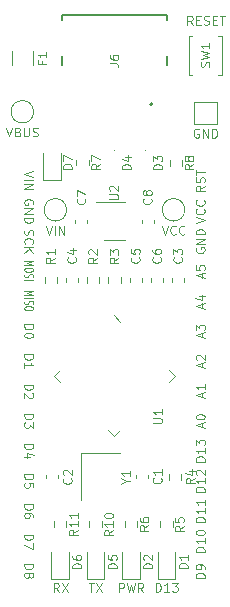
<source format=gbr>
%TF.GenerationSoftware,KiCad,Pcbnew,(5.1.8)-1*%
%TF.CreationDate,2020-12-28T06:59:24-08:00*%
%TF.ProjectId,atmega32u4_dev_board,61746d65-6761-4333-9275-345f6465765f,rev?*%
%TF.SameCoordinates,Original*%
%TF.FileFunction,Legend,Top*%
%TF.FilePolarity,Positive*%
%FSLAX46Y46*%
G04 Gerber Fmt 4.6, Leading zero omitted, Abs format (unit mm)*
G04 Created by KiCad (PCBNEW (5.1.8)-1) date 2020-12-28 06:59:24*
%MOMM*%
%LPD*%
G01*
G04 APERTURE LIST*
%ADD10C,0.100000*%
%ADD11C,0.127000*%
%ADD12C,0.200000*%
%ADD13C,0.120000*%
G04 APERTURE END LIST*
D10*
X146610714Y-83928571D02*
X145860714Y-84178571D01*
X146610714Y-84428571D01*
X145860714Y-84678571D02*
X146610714Y-84678571D01*
X145860714Y-85035714D02*
X146610714Y-85035714D01*
X145860714Y-85464285D01*
X146610714Y-85464285D01*
X146575000Y-86728571D02*
X146610714Y-86657142D01*
X146610714Y-86550000D01*
X146575000Y-86442857D01*
X146503571Y-86371428D01*
X146432142Y-86335714D01*
X146289285Y-86300000D01*
X146182142Y-86300000D01*
X146039285Y-86335714D01*
X145967857Y-86371428D01*
X145896428Y-86442857D01*
X145860714Y-86550000D01*
X145860714Y-86621428D01*
X145896428Y-86728571D01*
X145932142Y-86764285D01*
X146182142Y-86764285D01*
X146182142Y-86621428D01*
X145860714Y-87085714D02*
X146610714Y-87085714D01*
X145860714Y-87514285D01*
X146610714Y-87514285D01*
X145860714Y-87871428D02*
X146610714Y-87871428D01*
X146610714Y-88050000D01*
X146575000Y-88157142D01*
X146503571Y-88228571D01*
X146432142Y-88264285D01*
X146289285Y-88300000D01*
X146182142Y-88300000D01*
X146039285Y-88264285D01*
X145967857Y-88228571D01*
X145896428Y-88157142D01*
X145860714Y-88050000D01*
X145860714Y-87871428D01*
X145896428Y-88885714D02*
X145860714Y-88992857D01*
X145860714Y-89171428D01*
X145896428Y-89242857D01*
X145932142Y-89278571D01*
X146003571Y-89314285D01*
X146075000Y-89314285D01*
X146146428Y-89278571D01*
X146182142Y-89242857D01*
X146217857Y-89171428D01*
X146253571Y-89028571D01*
X146289285Y-88957142D01*
X146325000Y-88921428D01*
X146396428Y-88885714D01*
X146467857Y-88885714D01*
X146539285Y-88921428D01*
X146575000Y-88957142D01*
X146610714Y-89028571D01*
X146610714Y-89207142D01*
X146575000Y-89314285D01*
X145932142Y-90064285D02*
X145896428Y-90028571D01*
X145860714Y-89921428D01*
X145860714Y-89850000D01*
X145896428Y-89742857D01*
X145967857Y-89671428D01*
X146039285Y-89635714D01*
X146182142Y-89600000D01*
X146289285Y-89600000D01*
X146432142Y-89635714D01*
X146503571Y-89671428D01*
X146575000Y-89742857D01*
X146610714Y-89850000D01*
X146610714Y-89921428D01*
X146575000Y-90028571D01*
X146539285Y-90064285D01*
X145860714Y-90385714D02*
X146610714Y-90385714D01*
X145860714Y-90814285D02*
X146289285Y-90492857D01*
X146610714Y-90814285D02*
X146182142Y-90385714D01*
X145860714Y-91564285D02*
X146610714Y-91564285D01*
X146075000Y-91730952D01*
X146610714Y-91897619D01*
X145860714Y-91897619D01*
X146610714Y-92230952D02*
X146610714Y-92326190D01*
X146575000Y-92373809D01*
X146503571Y-92421428D01*
X146360714Y-92445238D01*
X146110714Y-92445238D01*
X145967857Y-92421428D01*
X145896428Y-92373809D01*
X145860714Y-92326190D01*
X145860714Y-92230952D01*
X145896428Y-92183333D01*
X145967857Y-92135714D01*
X146110714Y-92111904D01*
X146360714Y-92111904D01*
X146503571Y-92135714D01*
X146575000Y-92183333D01*
X146610714Y-92230952D01*
X145896428Y-92635714D02*
X145860714Y-92707142D01*
X145860714Y-92826190D01*
X145896428Y-92873809D01*
X145932142Y-92897619D01*
X146003571Y-92921428D01*
X146075000Y-92921428D01*
X146146428Y-92897619D01*
X146182142Y-92873809D01*
X146217857Y-92826190D01*
X146253571Y-92730952D01*
X146289285Y-92683333D01*
X146325000Y-92659523D01*
X146396428Y-92635714D01*
X146467857Y-92635714D01*
X146539285Y-92659523D01*
X146575000Y-92683333D01*
X146610714Y-92730952D01*
X146610714Y-92850000D01*
X146575000Y-92921428D01*
X145860714Y-93135714D02*
X146610714Y-93135714D01*
X145860714Y-94114285D02*
X146610714Y-94114285D01*
X146075000Y-94280952D01*
X146610714Y-94447619D01*
X145860714Y-94447619D01*
X145860714Y-94685714D02*
X146610714Y-94685714D01*
X145896428Y-94900000D02*
X145860714Y-94971428D01*
X145860714Y-95090476D01*
X145896428Y-95138095D01*
X145932142Y-95161904D01*
X146003571Y-95185714D01*
X146075000Y-95185714D01*
X146146428Y-95161904D01*
X146182142Y-95138095D01*
X146217857Y-95090476D01*
X146253571Y-94995238D01*
X146289285Y-94947619D01*
X146325000Y-94923809D01*
X146396428Y-94900000D01*
X146467857Y-94900000D01*
X146539285Y-94923809D01*
X146575000Y-94947619D01*
X146610714Y-94995238D01*
X146610714Y-95114285D01*
X146575000Y-95185714D01*
X146610714Y-95495238D02*
X146610714Y-95590476D01*
X146575000Y-95638095D01*
X146503571Y-95685714D01*
X146360714Y-95709523D01*
X146110714Y-95709523D01*
X145967857Y-95685714D01*
X145896428Y-95638095D01*
X145860714Y-95590476D01*
X145860714Y-95495238D01*
X145896428Y-95447619D01*
X145967857Y-95400000D01*
X146110714Y-95376190D01*
X146360714Y-95376190D01*
X146503571Y-95400000D01*
X146575000Y-95447619D01*
X146610714Y-95495238D01*
X145860714Y-96896428D02*
X146610714Y-96896428D01*
X146610714Y-97075000D01*
X146575000Y-97182142D01*
X146503571Y-97253571D01*
X146432142Y-97289285D01*
X146289285Y-97325000D01*
X146182142Y-97325000D01*
X146039285Y-97289285D01*
X145967857Y-97253571D01*
X145896428Y-97182142D01*
X145860714Y-97075000D01*
X145860714Y-96896428D01*
X146610714Y-97789285D02*
X146610714Y-97860714D01*
X146575000Y-97932142D01*
X146539285Y-97967857D01*
X146467857Y-98003571D01*
X146325000Y-98039285D01*
X146146428Y-98039285D01*
X146003571Y-98003571D01*
X145932142Y-97967857D01*
X145896428Y-97932142D01*
X145860714Y-97860714D01*
X145860714Y-97789285D01*
X145896428Y-97717857D01*
X145932142Y-97682142D01*
X146003571Y-97646428D01*
X146146428Y-97610714D01*
X146325000Y-97610714D01*
X146467857Y-97646428D01*
X146539285Y-97682142D01*
X146575000Y-97717857D01*
X146610714Y-97789285D01*
X145860714Y-99446428D02*
X146610714Y-99446428D01*
X146610714Y-99625000D01*
X146575000Y-99732142D01*
X146503571Y-99803571D01*
X146432142Y-99839285D01*
X146289285Y-99875000D01*
X146182142Y-99875000D01*
X146039285Y-99839285D01*
X145967857Y-99803571D01*
X145896428Y-99732142D01*
X145860714Y-99625000D01*
X145860714Y-99446428D01*
X145860714Y-100589285D02*
X145860714Y-100160714D01*
X145860714Y-100375000D02*
X146610714Y-100375000D01*
X146503571Y-100303571D01*
X146432142Y-100232142D01*
X146396428Y-100160714D01*
X145860714Y-101996428D02*
X146610714Y-101996428D01*
X146610714Y-102175000D01*
X146575000Y-102282142D01*
X146503571Y-102353571D01*
X146432142Y-102389285D01*
X146289285Y-102425000D01*
X146182142Y-102425000D01*
X146039285Y-102389285D01*
X145967857Y-102353571D01*
X145896428Y-102282142D01*
X145860714Y-102175000D01*
X145860714Y-101996428D01*
X146539285Y-102710714D02*
X146575000Y-102746428D01*
X146610714Y-102817857D01*
X146610714Y-102996428D01*
X146575000Y-103067857D01*
X146539285Y-103103571D01*
X146467857Y-103139285D01*
X146396428Y-103139285D01*
X146289285Y-103103571D01*
X145860714Y-102675000D01*
X145860714Y-103139285D01*
X145860714Y-104496428D02*
X146610714Y-104496428D01*
X146610714Y-104675000D01*
X146575000Y-104782142D01*
X146503571Y-104853571D01*
X146432142Y-104889285D01*
X146289285Y-104925000D01*
X146182142Y-104925000D01*
X146039285Y-104889285D01*
X145967857Y-104853571D01*
X145896428Y-104782142D01*
X145860714Y-104675000D01*
X145860714Y-104496428D01*
X146610714Y-105175000D02*
X146610714Y-105639285D01*
X146325000Y-105389285D01*
X146325000Y-105496428D01*
X146289285Y-105567857D01*
X146253571Y-105603571D01*
X146182142Y-105639285D01*
X146003571Y-105639285D01*
X145932142Y-105603571D01*
X145896428Y-105567857D01*
X145860714Y-105496428D01*
X145860714Y-105282142D01*
X145896428Y-105210714D01*
X145932142Y-105175000D01*
X145860714Y-107046428D02*
X146610714Y-107046428D01*
X146610714Y-107225000D01*
X146575000Y-107332142D01*
X146503571Y-107403571D01*
X146432142Y-107439285D01*
X146289285Y-107475000D01*
X146182142Y-107475000D01*
X146039285Y-107439285D01*
X145967857Y-107403571D01*
X145896428Y-107332142D01*
X145860714Y-107225000D01*
X145860714Y-107046428D01*
X146360714Y-108117857D02*
X145860714Y-108117857D01*
X146646428Y-107939285D02*
X146110714Y-107760714D01*
X146110714Y-108225000D01*
X145860714Y-109596428D02*
X146610714Y-109596428D01*
X146610714Y-109775000D01*
X146575000Y-109882142D01*
X146503571Y-109953571D01*
X146432142Y-109989285D01*
X146289285Y-110025000D01*
X146182142Y-110025000D01*
X146039285Y-109989285D01*
X145967857Y-109953571D01*
X145896428Y-109882142D01*
X145860714Y-109775000D01*
X145860714Y-109596428D01*
X146610714Y-110703571D02*
X146610714Y-110346428D01*
X146253571Y-110310714D01*
X146289285Y-110346428D01*
X146325000Y-110417857D01*
X146325000Y-110596428D01*
X146289285Y-110667857D01*
X146253571Y-110703571D01*
X146182142Y-110739285D01*
X146003571Y-110739285D01*
X145932142Y-110703571D01*
X145896428Y-110667857D01*
X145860714Y-110596428D01*
X145860714Y-110417857D01*
X145896428Y-110346428D01*
X145932142Y-110310714D01*
X145860714Y-112146428D02*
X146610714Y-112146428D01*
X146610714Y-112325000D01*
X146575000Y-112432142D01*
X146503571Y-112503571D01*
X146432142Y-112539285D01*
X146289285Y-112575000D01*
X146182142Y-112575000D01*
X146039285Y-112539285D01*
X145967857Y-112503571D01*
X145896428Y-112432142D01*
X145860714Y-112325000D01*
X145860714Y-112146428D01*
X146610714Y-113217857D02*
X146610714Y-113075000D01*
X146575000Y-113003571D01*
X146539285Y-112967857D01*
X146432142Y-112896428D01*
X146289285Y-112860714D01*
X146003571Y-112860714D01*
X145932142Y-112896428D01*
X145896428Y-112932142D01*
X145860714Y-113003571D01*
X145860714Y-113146428D01*
X145896428Y-113217857D01*
X145932142Y-113253571D01*
X146003571Y-113289285D01*
X146182142Y-113289285D01*
X146253571Y-113253571D01*
X146289285Y-113217857D01*
X146325000Y-113146428D01*
X146325000Y-113003571D01*
X146289285Y-112932142D01*
X146253571Y-112896428D01*
X146182142Y-112860714D01*
X145860714Y-114696428D02*
X146610714Y-114696428D01*
X146610714Y-114875000D01*
X146575000Y-114982142D01*
X146503571Y-115053571D01*
X146432142Y-115089285D01*
X146289285Y-115125000D01*
X146182142Y-115125000D01*
X146039285Y-115089285D01*
X145967857Y-115053571D01*
X145896428Y-114982142D01*
X145860714Y-114875000D01*
X145860714Y-114696428D01*
X146610714Y-115375000D02*
X146610714Y-115875000D01*
X145860714Y-115553571D01*
X145860714Y-117196428D02*
X146610714Y-117196428D01*
X146610714Y-117375000D01*
X146575000Y-117482142D01*
X146503571Y-117553571D01*
X146432142Y-117589285D01*
X146289285Y-117625000D01*
X146182142Y-117625000D01*
X146039285Y-117589285D01*
X145967857Y-117553571D01*
X145896428Y-117482142D01*
X145860714Y-117375000D01*
X145860714Y-117196428D01*
X146289285Y-118053571D02*
X146325000Y-117982142D01*
X146360714Y-117946428D01*
X146432142Y-117910714D01*
X146467857Y-117910714D01*
X146539285Y-117946428D01*
X146575000Y-117982142D01*
X146610714Y-118053571D01*
X146610714Y-118196428D01*
X146575000Y-118267857D01*
X146539285Y-118303571D01*
X146467857Y-118339285D01*
X146432142Y-118339285D01*
X146360714Y-118303571D01*
X146325000Y-118267857D01*
X146289285Y-118196428D01*
X146289285Y-118053571D01*
X146253571Y-117982142D01*
X146217857Y-117946428D01*
X146146428Y-117910714D01*
X146003571Y-117910714D01*
X145932142Y-117946428D01*
X145896428Y-117982142D01*
X145860714Y-118053571D01*
X145860714Y-118196428D01*
X145896428Y-118267857D01*
X145932142Y-118303571D01*
X146003571Y-118339285D01*
X146146428Y-118339285D01*
X146217857Y-118303571D01*
X146253571Y-118267857D01*
X146289285Y-118196428D01*
X161139285Y-118353571D02*
X160389285Y-118353571D01*
X160389285Y-118175000D01*
X160425000Y-118067857D01*
X160496428Y-117996428D01*
X160567857Y-117960714D01*
X160710714Y-117925000D01*
X160817857Y-117925000D01*
X160960714Y-117960714D01*
X161032142Y-117996428D01*
X161103571Y-118067857D01*
X161139285Y-118175000D01*
X161139285Y-118353571D01*
X161139285Y-117567857D02*
X161139285Y-117425000D01*
X161103571Y-117353571D01*
X161067857Y-117317857D01*
X160960714Y-117246428D01*
X160817857Y-117210714D01*
X160532142Y-117210714D01*
X160460714Y-117246428D01*
X160425000Y-117282142D01*
X160389285Y-117353571D01*
X160389285Y-117496428D01*
X160425000Y-117567857D01*
X160460714Y-117603571D01*
X160532142Y-117639285D01*
X160710714Y-117639285D01*
X160782142Y-117603571D01*
X160817857Y-117567857D01*
X160853571Y-117496428D01*
X160853571Y-117353571D01*
X160817857Y-117282142D01*
X160782142Y-117246428D01*
X160710714Y-117210714D01*
X161139285Y-116160714D02*
X160389285Y-116160714D01*
X160389285Y-115982142D01*
X160425000Y-115875000D01*
X160496428Y-115803571D01*
X160567857Y-115767857D01*
X160710714Y-115732142D01*
X160817857Y-115732142D01*
X160960714Y-115767857D01*
X161032142Y-115803571D01*
X161103571Y-115875000D01*
X161139285Y-115982142D01*
X161139285Y-116160714D01*
X161139285Y-115017857D02*
X161139285Y-115446428D01*
X161139285Y-115232142D02*
X160389285Y-115232142D01*
X160496428Y-115303571D01*
X160567857Y-115375000D01*
X160603571Y-115446428D01*
X160389285Y-114553571D02*
X160389285Y-114482142D01*
X160425000Y-114410714D01*
X160460714Y-114375000D01*
X160532142Y-114339285D01*
X160675000Y-114303571D01*
X160853571Y-114303571D01*
X160996428Y-114339285D01*
X161067857Y-114375000D01*
X161103571Y-114410714D01*
X161139285Y-114482142D01*
X161139285Y-114553571D01*
X161103571Y-114625000D01*
X161067857Y-114660714D01*
X160996428Y-114696428D01*
X160853571Y-114732142D01*
X160675000Y-114732142D01*
X160532142Y-114696428D01*
X160460714Y-114660714D01*
X160425000Y-114625000D01*
X160389285Y-114553571D01*
X161139285Y-113610714D02*
X160389285Y-113610714D01*
X160389285Y-113432142D01*
X160425000Y-113325000D01*
X160496428Y-113253571D01*
X160567857Y-113217857D01*
X160710714Y-113182142D01*
X160817857Y-113182142D01*
X160960714Y-113217857D01*
X161032142Y-113253571D01*
X161103571Y-113325000D01*
X161139285Y-113432142D01*
X161139285Y-113610714D01*
X161139285Y-112467857D02*
X161139285Y-112896428D01*
X161139285Y-112682142D02*
X160389285Y-112682142D01*
X160496428Y-112753571D01*
X160567857Y-112825000D01*
X160603571Y-112896428D01*
X161139285Y-111753571D02*
X161139285Y-112182142D01*
X161139285Y-111967857D02*
X160389285Y-111967857D01*
X160496428Y-112039285D01*
X160567857Y-112110714D01*
X160603571Y-112182142D01*
X161139285Y-111060714D02*
X160389285Y-111060714D01*
X160389285Y-110882142D01*
X160425000Y-110775000D01*
X160496428Y-110703571D01*
X160567857Y-110667857D01*
X160710714Y-110632142D01*
X160817857Y-110632142D01*
X160960714Y-110667857D01*
X161032142Y-110703571D01*
X161103571Y-110775000D01*
X161139285Y-110882142D01*
X161139285Y-111060714D01*
X161139285Y-109917857D02*
X161139285Y-110346428D01*
X161139285Y-110132142D02*
X160389285Y-110132142D01*
X160496428Y-110203571D01*
X160567857Y-110275000D01*
X160603571Y-110346428D01*
X160460714Y-109632142D02*
X160425000Y-109596428D01*
X160389285Y-109525000D01*
X160389285Y-109346428D01*
X160425000Y-109275000D01*
X160460714Y-109239285D01*
X160532142Y-109203571D01*
X160603571Y-109203571D01*
X160710714Y-109239285D01*
X161139285Y-109667857D01*
X161139285Y-109203571D01*
X161139285Y-108510714D02*
X160389285Y-108510714D01*
X160389285Y-108332142D01*
X160425000Y-108225000D01*
X160496428Y-108153571D01*
X160567857Y-108117857D01*
X160710714Y-108082142D01*
X160817857Y-108082142D01*
X160960714Y-108117857D01*
X161032142Y-108153571D01*
X161103571Y-108225000D01*
X161139285Y-108332142D01*
X161139285Y-108510714D01*
X161139285Y-107367857D02*
X161139285Y-107796428D01*
X161139285Y-107582142D02*
X160389285Y-107582142D01*
X160496428Y-107653571D01*
X160567857Y-107725000D01*
X160603571Y-107796428D01*
X160389285Y-107117857D02*
X160389285Y-106653571D01*
X160675000Y-106903571D01*
X160675000Y-106796428D01*
X160710714Y-106725000D01*
X160746428Y-106689285D01*
X160817857Y-106653571D01*
X160996428Y-106653571D01*
X161067857Y-106689285D01*
X161103571Y-106725000D01*
X161139285Y-106796428D01*
X161139285Y-107010714D01*
X161103571Y-107082142D01*
X161067857Y-107117857D01*
X160925000Y-105585714D02*
X160925000Y-105228571D01*
X161139285Y-105657142D02*
X160389285Y-105407142D01*
X161139285Y-105157142D01*
X160389285Y-104764285D02*
X160389285Y-104692857D01*
X160425000Y-104621428D01*
X160460714Y-104585714D01*
X160532142Y-104550000D01*
X160675000Y-104514285D01*
X160853571Y-104514285D01*
X160996428Y-104550000D01*
X161067857Y-104585714D01*
X161103571Y-104621428D01*
X161139285Y-104692857D01*
X161139285Y-104764285D01*
X161103571Y-104835714D01*
X161067857Y-104871428D01*
X160996428Y-104907142D01*
X160853571Y-104942857D01*
X160675000Y-104942857D01*
X160532142Y-104907142D01*
X160460714Y-104871428D01*
X160425000Y-104835714D01*
X160389285Y-104764285D01*
X160925000Y-103035714D02*
X160925000Y-102678571D01*
X161139285Y-103107142D02*
X160389285Y-102857142D01*
X161139285Y-102607142D01*
X161139285Y-101964285D02*
X161139285Y-102392857D01*
X161139285Y-102178571D02*
X160389285Y-102178571D01*
X160496428Y-102250000D01*
X160567857Y-102321428D01*
X160603571Y-102392857D01*
X160925000Y-100535714D02*
X160925000Y-100178571D01*
X161139285Y-100607142D02*
X160389285Y-100357142D01*
X161139285Y-100107142D01*
X160460714Y-99892857D02*
X160425000Y-99857142D01*
X160389285Y-99785714D01*
X160389285Y-99607142D01*
X160425000Y-99535714D01*
X160460714Y-99500000D01*
X160532142Y-99464285D01*
X160603571Y-99464285D01*
X160710714Y-99500000D01*
X161139285Y-99928571D01*
X161139285Y-99464285D01*
X160925000Y-97985714D02*
X160925000Y-97628571D01*
X161139285Y-98057142D02*
X160389285Y-97807142D01*
X161139285Y-97557142D01*
X160389285Y-97378571D02*
X160389285Y-96914285D01*
X160675000Y-97164285D01*
X160675000Y-97057142D01*
X160710714Y-96985714D01*
X160746428Y-96950000D01*
X160817857Y-96914285D01*
X160996428Y-96914285D01*
X161067857Y-96950000D01*
X161103571Y-96985714D01*
X161139285Y-97057142D01*
X161139285Y-97271428D01*
X161103571Y-97342857D01*
X161067857Y-97378571D01*
X160925000Y-95485714D02*
X160925000Y-95128571D01*
X161139285Y-95557142D02*
X160389285Y-95307142D01*
X161139285Y-95057142D01*
X160639285Y-94485714D02*
X161139285Y-94485714D01*
X160353571Y-94664285D02*
X160889285Y-94842857D01*
X160889285Y-94378571D01*
X160925000Y-92935714D02*
X160925000Y-92578571D01*
X161139285Y-93007142D02*
X160389285Y-92757142D01*
X161139285Y-92507142D01*
X160389285Y-91900000D02*
X160389285Y-92257142D01*
X160746428Y-92292857D01*
X160710714Y-92257142D01*
X160675000Y-92185714D01*
X160675000Y-92007142D01*
X160710714Y-91935714D01*
X160746428Y-91900000D01*
X160817857Y-91864285D01*
X160996428Y-91864285D01*
X161067857Y-91900000D01*
X161103571Y-91935714D01*
X161139285Y-92007142D01*
X161139285Y-92185714D01*
X161103571Y-92257142D01*
X161067857Y-92292857D01*
X160425000Y-90421428D02*
X160389285Y-90492857D01*
X160389285Y-90600000D01*
X160425000Y-90707142D01*
X160496428Y-90778571D01*
X160567857Y-90814285D01*
X160710714Y-90850000D01*
X160817857Y-90850000D01*
X160960714Y-90814285D01*
X161032142Y-90778571D01*
X161103571Y-90707142D01*
X161139285Y-90600000D01*
X161139285Y-90528571D01*
X161103571Y-90421428D01*
X161067857Y-90385714D01*
X160817857Y-90385714D01*
X160817857Y-90528571D01*
X161139285Y-90064285D02*
X160389285Y-90064285D01*
X161139285Y-89635714D01*
X160389285Y-89635714D01*
X161139285Y-89278571D02*
X160389285Y-89278571D01*
X160389285Y-89100000D01*
X160425000Y-88992857D01*
X160496428Y-88921428D01*
X160567857Y-88885714D01*
X160710714Y-88850000D01*
X160817857Y-88850000D01*
X160960714Y-88885714D01*
X161032142Y-88921428D01*
X161103571Y-88992857D01*
X161139285Y-89100000D01*
X161139285Y-89278571D01*
X160389285Y-88300000D02*
X161139285Y-88050000D01*
X160389285Y-87800000D01*
X161067857Y-87121428D02*
X161103571Y-87157142D01*
X161139285Y-87264285D01*
X161139285Y-87335714D01*
X161103571Y-87442857D01*
X161032142Y-87514285D01*
X160960714Y-87550000D01*
X160817857Y-87585714D01*
X160710714Y-87585714D01*
X160567857Y-87550000D01*
X160496428Y-87514285D01*
X160425000Y-87442857D01*
X160389285Y-87335714D01*
X160389285Y-87264285D01*
X160425000Y-87157142D01*
X160460714Y-87121428D01*
X161067857Y-86371428D02*
X161103571Y-86407142D01*
X161139285Y-86514285D01*
X161139285Y-86585714D01*
X161103571Y-86692857D01*
X161032142Y-86764285D01*
X160960714Y-86800000D01*
X160817857Y-86835714D01*
X160710714Y-86835714D01*
X160567857Y-86800000D01*
X160496428Y-86764285D01*
X160425000Y-86692857D01*
X160389285Y-86585714D01*
X160389285Y-86514285D01*
X160425000Y-86407142D01*
X160460714Y-86371428D01*
X161139285Y-85160714D02*
X160782142Y-85410714D01*
X161139285Y-85589285D02*
X160389285Y-85589285D01*
X160389285Y-85303571D01*
X160425000Y-85232142D01*
X160460714Y-85196428D01*
X160532142Y-85160714D01*
X160639285Y-85160714D01*
X160710714Y-85196428D01*
X160746428Y-85232142D01*
X160782142Y-85303571D01*
X160782142Y-85589285D01*
X161103571Y-84875000D02*
X161139285Y-84767857D01*
X161139285Y-84589285D01*
X161103571Y-84517857D01*
X161067857Y-84482142D01*
X160996428Y-84446428D01*
X160925000Y-84446428D01*
X160853571Y-84482142D01*
X160817857Y-84517857D01*
X160782142Y-84589285D01*
X160746428Y-84732142D01*
X160710714Y-84803571D01*
X160675000Y-84839285D01*
X160603571Y-84875000D01*
X160532142Y-84875000D01*
X160460714Y-84839285D01*
X160425000Y-84803571D01*
X160389285Y-84732142D01*
X160389285Y-84553571D01*
X160425000Y-84446428D01*
X160389285Y-84232142D02*
X160389285Y-83803571D01*
X161139285Y-84017857D02*
X160389285Y-84017857D01*
D11*
%TO.C,J6*%
X149030000Y-74955000D02*
X149030000Y-74190000D01*
X149030000Y-71130000D02*
X149030000Y-70710000D01*
X149030000Y-70710000D02*
X157970000Y-70710000D01*
X157970000Y-70710000D02*
X157970000Y-71130000D01*
X157970000Y-74955000D02*
X157970000Y-74190000D01*
D12*
X156700000Y-78260000D02*
G75*
G03*
X156700000Y-78260000I-100000J0D01*
G01*
D13*
%TO.C,C3*%
X159410000Y-93290580D02*
X159410000Y-93009420D01*
X158390000Y-93290580D02*
X158390000Y-93009420D01*
%TO.C,U1*%
X158091643Y-100737729D02*
X158604295Y-101250381D01*
X158604295Y-101250381D02*
X158091643Y-101763033D01*
X148906325Y-101763033D02*
X148393673Y-101250381D01*
X148393673Y-101250381D02*
X148906325Y-100737729D01*
X152986332Y-105843040D02*
X153498984Y-106355692D01*
X153498984Y-106355692D02*
X154011636Y-105843040D01*
X154011636Y-96657722D02*
X153498984Y-96145070D01*
%TO.C,R2*%
X151177500Y-93387258D02*
X151177500Y-92912742D01*
X152222500Y-93387258D02*
X152222500Y-92912742D01*
%TO.C,SW1*%
X162600000Y-75750000D02*
X162300000Y-75750000D01*
X162600000Y-72450000D02*
X162600000Y-75750000D01*
X162300000Y-72450000D02*
X162600000Y-72450000D01*
X159800000Y-75750000D02*
X160100000Y-75750000D01*
X159800000Y-72450000D02*
X159800000Y-75750000D01*
X160100000Y-72450000D02*
X159800000Y-72450000D01*
%TO.C,C1*%
X156360000Y-109659420D02*
X156360000Y-109940580D01*
X155340000Y-109659420D02*
X155340000Y-109940580D01*
%TO.C,C2*%
X147740000Y-109659420D02*
X147740000Y-109940580D01*
X148760000Y-109659420D02*
X148760000Y-109940580D01*
%TO.C,C4*%
X150410000Y-93009420D02*
X150410000Y-93290580D01*
X149390000Y-93009420D02*
X149390000Y-93290580D01*
%TO.C,C5*%
X154790000Y-93290580D02*
X154790000Y-93009420D01*
X155810000Y-93290580D02*
X155810000Y-93009420D01*
%TO.C,C6*%
X156590000Y-93009420D02*
X156590000Y-93290580D01*
X157610000Y-93009420D02*
X157610000Y-93290580D01*
%TO.C,C7*%
X150190000Y-88340580D02*
X150190000Y-88059420D01*
X151210000Y-88340580D02*
X151210000Y-88059420D01*
%TO.C,C8*%
X156810000Y-88340580D02*
X156810000Y-88059420D01*
X155790000Y-88340580D02*
X155790000Y-88059420D01*
%TO.C,D1*%
X158635000Y-118472500D02*
X158635000Y-116187500D01*
X157165000Y-118472500D02*
X158635000Y-118472500D01*
X157165000Y-116187500D02*
X157165000Y-118472500D01*
%TO.C,D2*%
X154165000Y-116200000D02*
X154165000Y-118485000D01*
X154165000Y-118485000D02*
X155635000Y-118485000D01*
X155635000Y-118485000D02*
X155635000Y-116200000D01*
%TO.C,D5*%
X152635000Y-118485000D02*
X152635000Y-116200000D01*
X151165000Y-118485000D02*
X152635000Y-118485000D01*
X151165000Y-116200000D02*
X151165000Y-118485000D01*
%TO.C,D6*%
X148165000Y-116200000D02*
X148165000Y-118485000D01*
X148165000Y-118485000D02*
X149635000Y-118485000D01*
X149635000Y-118485000D02*
X149635000Y-116200000D01*
%TO.C,R1*%
X148622500Y-92912742D02*
X148622500Y-93387258D01*
X147577500Y-92912742D02*
X147577500Y-93387258D01*
%TO.C,R3*%
X154022500Y-93387258D02*
X154022500Y-92912742D01*
X152977500Y-93387258D02*
X152977500Y-92912742D01*
%TO.C,R4*%
X159172500Y-109562742D02*
X159172500Y-110037258D01*
X158127500Y-109562742D02*
X158127500Y-110037258D01*
%TO.C,R5*%
X158422500Y-113587742D02*
X158422500Y-114062258D01*
X157377500Y-113587742D02*
X157377500Y-114062258D01*
%TO.C,R6*%
X154377500Y-113562742D02*
X154377500Y-114037258D01*
X155422500Y-113562742D02*
X155422500Y-114037258D01*
%TO.C,R7*%
X151322500Y-82962742D02*
X151322500Y-83437258D01*
X150277500Y-82962742D02*
X150277500Y-83437258D01*
%TO.C,R8*%
X159222500Y-82987742D02*
X159222500Y-83462258D01*
X158177500Y-82987742D02*
X158177500Y-83462258D01*
%TO.C,R10*%
X152422500Y-114062258D02*
X152422500Y-113587742D01*
X151377500Y-114062258D02*
X151377500Y-113587742D01*
%TO.C,R11*%
X149422500Y-114037258D02*
X149422500Y-113562742D01*
X148377500Y-114037258D02*
X148377500Y-113562742D01*
%TO.C,D7*%
X148935000Y-84685000D02*
X148935000Y-82400000D01*
X147465000Y-84685000D02*
X148935000Y-84685000D01*
X147465000Y-82400000D02*
X147465000Y-84685000D01*
%TO.C,F1*%
X146610000Y-74977064D02*
X146610000Y-73772936D01*
X144790000Y-74977064D02*
X144790000Y-73772936D01*
%TO.C,U2*%
X154380000Y-86540000D02*
X151930000Y-86540000D01*
X152580000Y-89760000D02*
X154380000Y-89760000D01*
%TO.C,Y1*%
X153940000Y-107810000D02*
X150640000Y-107810000D01*
X150640000Y-107810000D02*
X150640000Y-111810000D01*
D10*
%TO.C,D3*%
X156200000Y-82135000D02*
G75*
G03*
X156200000Y-82135000I-50000J0D01*
G01*
%TO.C,D4*%
X153550000Y-82135000D02*
G75*
G03*
X153550000Y-82135000I-50000J0D01*
G01*
D13*
%TO.C,TP1*%
X160250000Y-78050000D02*
X162150000Y-78050000D01*
X162150000Y-78050000D02*
X162150000Y-79950000D01*
X162150000Y-79950000D02*
X160250000Y-79950000D01*
X160250000Y-79950000D02*
X160250000Y-78050000D01*
%TO.C,TP2*%
X159450000Y-87200000D02*
G75*
G03*
X159450000Y-87200000I-950000J0D01*
G01*
%TO.C,TP3*%
X149450000Y-87200000D02*
G75*
G03*
X149450000Y-87200000I-950000J0D01*
G01*
%TO.C,TP4*%
X146650000Y-78900000D02*
G75*
G03*
X146650000Y-78900000I-950000J0D01*
G01*
%TO.C,J6*%
D10*
X153089285Y-74800000D02*
X153625000Y-74800000D01*
X153732142Y-74835714D01*
X153803571Y-74907142D01*
X153839285Y-75014285D01*
X153839285Y-75085714D01*
X153089285Y-74121428D02*
X153089285Y-74264285D01*
X153125000Y-74335714D01*
X153160714Y-74371428D01*
X153267857Y-74442857D01*
X153410714Y-74478571D01*
X153696428Y-74478571D01*
X153767857Y-74442857D01*
X153803571Y-74407142D01*
X153839285Y-74335714D01*
X153839285Y-74192857D01*
X153803571Y-74121428D01*
X153767857Y-74085714D01*
X153696428Y-74050000D01*
X153517857Y-74050000D01*
X153446428Y-74085714D01*
X153410714Y-74121428D01*
X153375000Y-74192857D01*
X153375000Y-74335714D01*
X153410714Y-74407142D01*
X153446428Y-74442857D01*
X153517857Y-74478571D01*
%TO.C,C3*%
X159167857Y-91205000D02*
X159203571Y-91240714D01*
X159239285Y-91347857D01*
X159239285Y-91419285D01*
X159203571Y-91526428D01*
X159132142Y-91597857D01*
X159060714Y-91633571D01*
X158917857Y-91669285D01*
X158810714Y-91669285D01*
X158667857Y-91633571D01*
X158596428Y-91597857D01*
X158525000Y-91526428D01*
X158489285Y-91419285D01*
X158489285Y-91347857D01*
X158525000Y-91240714D01*
X158560714Y-91205000D01*
X158489285Y-90955000D02*
X158489285Y-90490714D01*
X158775000Y-90740714D01*
X158775000Y-90633571D01*
X158810714Y-90562142D01*
X158846428Y-90526428D01*
X158917857Y-90490714D01*
X159096428Y-90490714D01*
X159167857Y-90526428D01*
X159203571Y-90562142D01*
X159239285Y-90633571D01*
X159239285Y-90847857D01*
X159203571Y-90919285D01*
X159167857Y-90955000D01*
%TO.C,U1*%
X156789285Y-105271427D02*
X157396428Y-105271427D01*
X157467857Y-105235713D01*
X157503571Y-105199999D01*
X157539285Y-105128570D01*
X157539285Y-104985713D01*
X157503571Y-104914284D01*
X157467857Y-104878570D01*
X157396428Y-104842856D01*
X156789285Y-104842856D01*
X157539285Y-104092856D02*
X157539285Y-104521427D01*
X157539285Y-104307141D02*
X156789285Y-104307141D01*
X156896428Y-104378570D01*
X156967857Y-104449999D01*
X157003571Y-104521427D01*
%TO.C,R2*%
X152039285Y-91245000D02*
X151682142Y-91495000D01*
X152039285Y-91673571D02*
X151289285Y-91673571D01*
X151289285Y-91387857D01*
X151325000Y-91316428D01*
X151360714Y-91280714D01*
X151432142Y-91245000D01*
X151539285Y-91245000D01*
X151610714Y-91280714D01*
X151646428Y-91316428D01*
X151682142Y-91387857D01*
X151682142Y-91673571D01*
X151360714Y-90959285D02*
X151325000Y-90923571D01*
X151289285Y-90852142D01*
X151289285Y-90673571D01*
X151325000Y-90602142D01*
X151360714Y-90566428D01*
X151432142Y-90530714D01*
X151503571Y-90530714D01*
X151610714Y-90566428D01*
X152039285Y-90995000D01*
X152039285Y-90530714D01*
%TO.C,SW1*%
X161503571Y-75100000D02*
X161539285Y-74992857D01*
X161539285Y-74814285D01*
X161503571Y-74742857D01*
X161467857Y-74707142D01*
X161396428Y-74671428D01*
X161325000Y-74671428D01*
X161253571Y-74707142D01*
X161217857Y-74742857D01*
X161182142Y-74814285D01*
X161146428Y-74957142D01*
X161110714Y-75028571D01*
X161075000Y-75064285D01*
X161003571Y-75100000D01*
X160932142Y-75100000D01*
X160860714Y-75064285D01*
X160825000Y-75028571D01*
X160789285Y-74957142D01*
X160789285Y-74778571D01*
X160825000Y-74671428D01*
X160789285Y-74421428D02*
X161539285Y-74242857D01*
X161003571Y-74100000D01*
X161539285Y-73957142D01*
X160789285Y-73778571D01*
X161539285Y-73100000D02*
X161539285Y-73528571D01*
X161539285Y-73314285D02*
X160789285Y-73314285D01*
X160896428Y-73385714D01*
X160967857Y-73457142D01*
X161003571Y-73528571D01*
X160110714Y-71539285D02*
X159860714Y-71182142D01*
X159682142Y-71539285D02*
X159682142Y-70789285D01*
X159967857Y-70789285D01*
X160039285Y-70825000D01*
X160075000Y-70860714D01*
X160110714Y-70932142D01*
X160110714Y-71039285D01*
X160075000Y-71110714D01*
X160039285Y-71146428D01*
X159967857Y-71182142D01*
X159682142Y-71182142D01*
X160432142Y-71146428D02*
X160682142Y-71146428D01*
X160789285Y-71539285D02*
X160432142Y-71539285D01*
X160432142Y-70789285D01*
X160789285Y-70789285D01*
X161075000Y-71503571D02*
X161182142Y-71539285D01*
X161360714Y-71539285D01*
X161432142Y-71503571D01*
X161467857Y-71467857D01*
X161503571Y-71396428D01*
X161503571Y-71325000D01*
X161467857Y-71253571D01*
X161432142Y-71217857D01*
X161360714Y-71182142D01*
X161217857Y-71146428D01*
X161146428Y-71110714D01*
X161110714Y-71075000D01*
X161075000Y-71003571D01*
X161075000Y-70932142D01*
X161110714Y-70860714D01*
X161146428Y-70825000D01*
X161217857Y-70789285D01*
X161396428Y-70789285D01*
X161503571Y-70825000D01*
X161825000Y-71146428D02*
X162075000Y-71146428D01*
X162182142Y-71539285D02*
X161825000Y-71539285D01*
X161825000Y-70789285D01*
X162182142Y-70789285D01*
X162396428Y-70789285D02*
X162825000Y-70789285D01*
X162610714Y-71539285D02*
X162610714Y-70789285D01*
%TO.C,C1*%
X157417857Y-109900000D02*
X157453571Y-109935714D01*
X157489285Y-110042857D01*
X157489285Y-110114285D01*
X157453571Y-110221428D01*
X157382142Y-110292857D01*
X157310714Y-110328571D01*
X157167857Y-110364285D01*
X157060714Y-110364285D01*
X156917857Y-110328571D01*
X156846428Y-110292857D01*
X156775000Y-110221428D01*
X156739285Y-110114285D01*
X156739285Y-110042857D01*
X156775000Y-109935714D01*
X156810714Y-109900000D01*
X157489285Y-109185714D02*
X157489285Y-109614285D01*
X157489285Y-109400000D02*
X156739285Y-109400000D01*
X156846428Y-109471428D01*
X156917857Y-109542857D01*
X156953571Y-109614285D01*
%TO.C,C2*%
X149817857Y-109925000D02*
X149853571Y-109960714D01*
X149889285Y-110067857D01*
X149889285Y-110139285D01*
X149853571Y-110246428D01*
X149782142Y-110317857D01*
X149710714Y-110353571D01*
X149567857Y-110389285D01*
X149460714Y-110389285D01*
X149317857Y-110353571D01*
X149246428Y-110317857D01*
X149175000Y-110246428D01*
X149139285Y-110139285D01*
X149139285Y-110067857D01*
X149175000Y-109960714D01*
X149210714Y-109925000D01*
X149210714Y-109639285D02*
X149175000Y-109603571D01*
X149139285Y-109532142D01*
X149139285Y-109353571D01*
X149175000Y-109282142D01*
X149210714Y-109246428D01*
X149282142Y-109210714D01*
X149353571Y-109210714D01*
X149460714Y-109246428D01*
X149889285Y-109675000D01*
X149889285Y-109210714D01*
%TO.C,C4*%
X150167857Y-91215000D02*
X150203571Y-91250714D01*
X150239285Y-91357857D01*
X150239285Y-91429285D01*
X150203571Y-91536428D01*
X150132142Y-91607857D01*
X150060714Y-91643571D01*
X149917857Y-91679285D01*
X149810714Y-91679285D01*
X149667857Y-91643571D01*
X149596428Y-91607857D01*
X149525000Y-91536428D01*
X149489285Y-91429285D01*
X149489285Y-91357857D01*
X149525000Y-91250714D01*
X149560714Y-91215000D01*
X149739285Y-90572142D02*
X150239285Y-90572142D01*
X149453571Y-90750714D02*
X149989285Y-90929285D01*
X149989285Y-90465000D01*
%TO.C,C5*%
X155567857Y-91205000D02*
X155603571Y-91240714D01*
X155639285Y-91347857D01*
X155639285Y-91419285D01*
X155603571Y-91526428D01*
X155532142Y-91597857D01*
X155460714Y-91633571D01*
X155317857Y-91669285D01*
X155210714Y-91669285D01*
X155067857Y-91633571D01*
X154996428Y-91597857D01*
X154925000Y-91526428D01*
X154889285Y-91419285D01*
X154889285Y-91347857D01*
X154925000Y-91240714D01*
X154960714Y-91205000D01*
X154889285Y-90526428D02*
X154889285Y-90883571D01*
X155246428Y-90919285D01*
X155210714Y-90883571D01*
X155175000Y-90812142D01*
X155175000Y-90633571D01*
X155210714Y-90562142D01*
X155246428Y-90526428D01*
X155317857Y-90490714D01*
X155496428Y-90490714D01*
X155567857Y-90526428D01*
X155603571Y-90562142D01*
X155639285Y-90633571D01*
X155639285Y-90812142D01*
X155603571Y-90883571D01*
X155567857Y-90919285D01*
%TO.C,C6*%
X157367857Y-91205000D02*
X157403571Y-91240714D01*
X157439285Y-91347857D01*
X157439285Y-91419285D01*
X157403571Y-91526428D01*
X157332142Y-91597857D01*
X157260714Y-91633571D01*
X157117857Y-91669285D01*
X157010714Y-91669285D01*
X156867857Y-91633571D01*
X156796428Y-91597857D01*
X156725000Y-91526428D01*
X156689285Y-91419285D01*
X156689285Y-91347857D01*
X156725000Y-91240714D01*
X156760714Y-91205000D01*
X156689285Y-90562142D02*
X156689285Y-90705000D01*
X156725000Y-90776428D01*
X156760714Y-90812142D01*
X156867857Y-90883571D01*
X157010714Y-90919285D01*
X157296428Y-90919285D01*
X157367857Y-90883571D01*
X157403571Y-90847857D01*
X157439285Y-90776428D01*
X157439285Y-90633571D01*
X157403571Y-90562142D01*
X157367857Y-90526428D01*
X157296428Y-90490714D01*
X157117857Y-90490714D01*
X157046428Y-90526428D01*
X157010714Y-90562142D01*
X156975000Y-90633571D01*
X156975000Y-90776428D01*
X157010714Y-90847857D01*
X157046428Y-90883571D01*
X157117857Y-90919285D01*
%TO.C,C7*%
X150967857Y-86255000D02*
X151003571Y-86290714D01*
X151039285Y-86397857D01*
X151039285Y-86469285D01*
X151003571Y-86576428D01*
X150932142Y-86647857D01*
X150860714Y-86683571D01*
X150717857Y-86719285D01*
X150610714Y-86719285D01*
X150467857Y-86683571D01*
X150396428Y-86647857D01*
X150325000Y-86576428D01*
X150289285Y-86469285D01*
X150289285Y-86397857D01*
X150325000Y-86290714D01*
X150360714Y-86255000D01*
X150289285Y-86005000D02*
X150289285Y-85505000D01*
X151039285Y-85826428D01*
%TO.C,C8*%
X156567857Y-86255000D02*
X156603571Y-86290714D01*
X156639285Y-86397857D01*
X156639285Y-86469285D01*
X156603571Y-86576428D01*
X156532142Y-86647857D01*
X156460714Y-86683571D01*
X156317857Y-86719285D01*
X156210714Y-86719285D01*
X156067857Y-86683571D01*
X155996428Y-86647857D01*
X155925000Y-86576428D01*
X155889285Y-86469285D01*
X155889285Y-86397857D01*
X155925000Y-86290714D01*
X155960714Y-86255000D01*
X156210714Y-85826428D02*
X156175000Y-85897857D01*
X156139285Y-85933571D01*
X156067857Y-85969285D01*
X156032142Y-85969285D01*
X155960714Y-85933571D01*
X155925000Y-85897857D01*
X155889285Y-85826428D01*
X155889285Y-85683571D01*
X155925000Y-85612142D01*
X155960714Y-85576428D01*
X156032142Y-85540714D01*
X156067857Y-85540714D01*
X156139285Y-85576428D01*
X156175000Y-85612142D01*
X156210714Y-85683571D01*
X156210714Y-85826428D01*
X156246428Y-85897857D01*
X156282142Y-85933571D01*
X156353571Y-85969285D01*
X156496428Y-85969285D01*
X156567857Y-85933571D01*
X156603571Y-85897857D01*
X156639285Y-85826428D01*
X156639285Y-85683571D01*
X156603571Y-85612142D01*
X156567857Y-85576428D01*
X156496428Y-85540714D01*
X156353571Y-85540714D01*
X156282142Y-85576428D01*
X156246428Y-85612142D01*
X156210714Y-85683571D01*
%TO.C,D1*%
X159689285Y-117528571D02*
X158939285Y-117528571D01*
X158939285Y-117350000D01*
X158975000Y-117242857D01*
X159046428Y-117171428D01*
X159117857Y-117135714D01*
X159260714Y-117100000D01*
X159367857Y-117100000D01*
X159510714Y-117135714D01*
X159582142Y-117171428D01*
X159653571Y-117242857D01*
X159689285Y-117350000D01*
X159689285Y-117528571D01*
X159689285Y-116385714D02*
X159689285Y-116814285D01*
X159689285Y-116600000D02*
X158939285Y-116600000D01*
X159046428Y-116671428D01*
X159117857Y-116742857D01*
X159153571Y-116814285D01*
X156989285Y-119539285D02*
X156989285Y-118789285D01*
X157167857Y-118789285D01*
X157275000Y-118825000D01*
X157346428Y-118896428D01*
X157382142Y-118967857D01*
X157417857Y-119110714D01*
X157417857Y-119217857D01*
X157382142Y-119360714D01*
X157346428Y-119432142D01*
X157275000Y-119503571D01*
X157167857Y-119539285D01*
X156989285Y-119539285D01*
X158132142Y-119539285D02*
X157703571Y-119539285D01*
X157917857Y-119539285D02*
X157917857Y-118789285D01*
X157846428Y-118896428D01*
X157775000Y-118967857D01*
X157703571Y-119003571D01*
X158382142Y-118789285D02*
X158846428Y-118789285D01*
X158596428Y-119075000D01*
X158703571Y-119075000D01*
X158775000Y-119110714D01*
X158810714Y-119146428D01*
X158846428Y-119217857D01*
X158846428Y-119396428D01*
X158810714Y-119467857D01*
X158775000Y-119503571D01*
X158703571Y-119539285D01*
X158489285Y-119539285D01*
X158417857Y-119503571D01*
X158382142Y-119467857D01*
%TO.C,D2*%
X156689285Y-117553571D02*
X155939285Y-117553571D01*
X155939285Y-117375000D01*
X155975000Y-117267857D01*
X156046428Y-117196428D01*
X156117857Y-117160714D01*
X156260714Y-117125000D01*
X156367857Y-117125000D01*
X156510714Y-117160714D01*
X156582142Y-117196428D01*
X156653571Y-117267857D01*
X156689285Y-117375000D01*
X156689285Y-117553571D01*
X156010714Y-116839285D02*
X155975000Y-116803571D01*
X155939285Y-116732142D01*
X155939285Y-116553571D01*
X155975000Y-116482142D01*
X156010714Y-116446428D01*
X156082142Y-116410714D01*
X156153571Y-116410714D01*
X156260714Y-116446428D01*
X156689285Y-116875000D01*
X156689285Y-116410714D01*
X153900000Y-119539285D02*
X153900000Y-118789285D01*
X154185714Y-118789285D01*
X154257142Y-118825000D01*
X154292857Y-118860714D01*
X154328571Y-118932142D01*
X154328571Y-119039285D01*
X154292857Y-119110714D01*
X154257142Y-119146428D01*
X154185714Y-119182142D01*
X153900000Y-119182142D01*
X154578571Y-118789285D02*
X154757142Y-119539285D01*
X154900000Y-119003571D01*
X155042857Y-119539285D01*
X155221428Y-118789285D01*
X155935714Y-119539285D02*
X155685714Y-119182142D01*
X155507142Y-119539285D02*
X155507142Y-118789285D01*
X155792857Y-118789285D01*
X155864285Y-118825000D01*
X155900000Y-118860714D01*
X155935714Y-118932142D01*
X155935714Y-119039285D01*
X155900000Y-119110714D01*
X155864285Y-119146428D01*
X155792857Y-119182142D01*
X155507142Y-119182142D01*
%TO.C,D5*%
X153689285Y-117553571D02*
X152939285Y-117553571D01*
X152939285Y-117375000D01*
X152975000Y-117267857D01*
X153046428Y-117196428D01*
X153117857Y-117160714D01*
X153260714Y-117125000D01*
X153367857Y-117125000D01*
X153510714Y-117160714D01*
X153582142Y-117196428D01*
X153653571Y-117267857D01*
X153689285Y-117375000D01*
X153689285Y-117553571D01*
X152939285Y-116446428D02*
X152939285Y-116803571D01*
X153296428Y-116839285D01*
X153260714Y-116803571D01*
X153225000Y-116732142D01*
X153225000Y-116553571D01*
X153260714Y-116482142D01*
X153296428Y-116446428D01*
X153367857Y-116410714D01*
X153546428Y-116410714D01*
X153617857Y-116446428D01*
X153653571Y-116482142D01*
X153689285Y-116553571D01*
X153689285Y-116732142D01*
X153653571Y-116803571D01*
X153617857Y-116839285D01*
X151328571Y-118772857D02*
X151757142Y-118772857D01*
X151542857Y-119552857D02*
X151542857Y-118772857D01*
X151935714Y-118772857D02*
X152435714Y-119552857D01*
X152435714Y-118772857D02*
X151935714Y-119552857D01*
%TO.C,D6*%
X150689285Y-117553571D02*
X149939285Y-117553571D01*
X149939285Y-117375000D01*
X149975000Y-117267857D01*
X150046428Y-117196428D01*
X150117857Y-117160714D01*
X150260714Y-117125000D01*
X150367857Y-117125000D01*
X150510714Y-117160714D01*
X150582142Y-117196428D01*
X150653571Y-117267857D01*
X150689285Y-117375000D01*
X150689285Y-117553571D01*
X149939285Y-116482142D02*
X149939285Y-116625000D01*
X149975000Y-116696428D01*
X150010714Y-116732142D01*
X150117857Y-116803571D01*
X150260714Y-116839285D01*
X150546428Y-116839285D01*
X150617857Y-116803571D01*
X150653571Y-116767857D01*
X150689285Y-116696428D01*
X150689285Y-116553571D01*
X150653571Y-116482142D01*
X150617857Y-116446428D01*
X150546428Y-116410714D01*
X150367857Y-116410714D01*
X150296428Y-116446428D01*
X150260714Y-116482142D01*
X150225000Y-116553571D01*
X150225000Y-116696428D01*
X150260714Y-116767857D01*
X150296428Y-116803571D01*
X150367857Y-116839285D01*
X148775000Y-119539285D02*
X148525000Y-119182142D01*
X148346428Y-119539285D02*
X148346428Y-118789285D01*
X148632142Y-118789285D01*
X148703571Y-118825000D01*
X148739285Y-118860714D01*
X148775000Y-118932142D01*
X148775000Y-119039285D01*
X148739285Y-119110714D01*
X148703571Y-119146428D01*
X148632142Y-119182142D01*
X148346428Y-119182142D01*
X149025000Y-118789285D02*
X149525000Y-119539285D01*
X149525000Y-118789285D02*
X149025000Y-119539285D01*
%TO.C,R1*%
X148439285Y-91245000D02*
X148082142Y-91495000D01*
X148439285Y-91673571D02*
X147689285Y-91673571D01*
X147689285Y-91387857D01*
X147725000Y-91316428D01*
X147760714Y-91280714D01*
X147832142Y-91245000D01*
X147939285Y-91245000D01*
X148010714Y-91280714D01*
X148046428Y-91316428D01*
X148082142Y-91387857D01*
X148082142Y-91673571D01*
X148439285Y-90530714D02*
X148439285Y-90959285D01*
X148439285Y-90745000D02*
X147689285Y-90745000D01*
X147796428Y-90816428D01*
X147867857Y-90887857D01*
X147903571Y-90959285D01*
%TO.C,R3*%
X153839285Y-91245000D02*
X153482142Y-91495000D01*
X153839285Y-91673571D02*
X153089285Y-91673571D01*
X153089285Y-91387857D01*
X153125000Y-91316428D01*
X153160714Y-91280714D01*
X153232142Y-91245000D01*
X153339285Y-91245000D01*
X153410714Y-91280714D01*
X153446428Y-91316428D01*
X153482142Y-91387857D01*
X153482142Y-91673571D01*
X153089285Y-90995000D02*
X153089285Y-90530714D01*
X153375000Y-90780714D01*
X153375000Y-90673571D01*
X153410714Y-90602142D01*
X153446428Y-90566428D01*
X153517857Y-90530714D01*
X153696428Y-90530714D01*
X153767857Y-90566428D01*
X153803571Y-90602142D01*
X153839285Y-90673571D01*
X153839285Y-90887857D01*
X153803571Y-90959285D01*
X153767857Y-90995000D01*
%TO.C,R4*%
X160289285Y-109925000D02*
X159932142Y-110175000D01*
X160289285Y-110353571D02*
X159539285Y-110353571D01*
X159539285Y-110067857D01*
X159575000Y-109996428D01*
X159610714Y-109960714D01*
X159682142Y-109925000D01*
X159789285Y-109925000D01*
X159860714Y-109960714D01*
X159896428Y-109996428D01*
X159932142Y-110067857D01*
X159932142Y-110353571D01*
X159789285Y-109282142D02*
X160289285Y-109282142D01*
X159503571Y-109460714D02*
X160039285Y-109639285D01*
X160039285Y-109175000D01*
%TO.C,R5*%
X159379285Y-113955000D02*
X159022142Y-114205000D01*
X159379285Y-114383571D02*
X158629285Y-114383571D01*
X158629285Y-114097857D01*
X158665000Y-114026428D01*
X158700714Y-113990714D01*
X158772142Y-113955000D01*
X158879285Y-113955000D01*
X158950714Y-113990714D01*
X158986428Y-114026428D01*
X159022142Y-114097857D01*
X159022142Y-114383571D01*
X158629285Y-113276428D02*
X158629285Y-113633571D01*
X158986428Y-113669285D01*
X158950714Y-113633571D01*
X158915000Y-113562142D01*
X158915000Y-113383571D01*
X158950714Y-113312142D01*
X158986428Y-113276428D01*
X159057857Y-113240714D01*
X159236428Y-113240714D01*
X159307857Y-113276428D01*
X159343571Y-113312142D01*
X159379285Y-113383571D01*
X159379285Y-113562142D01*
X159343571Y-113633571D01*
X159307857Y-113669285D01*
%TO.C,R6*%
X156379285Y-113925000D02*
X156022142Y-114175000D01*
X156379285Y-114353571D02*
X155629285Y-114353571D01*
X155629285Y-114067857D01*
X155665000Y-113996428D01*
X155700714Y-113960714D01*
X155772142Y-113925000D01*
X155879285Y-113925000D01*
X155950714Y-113960714D01*
X155986428Y-113996428D01*
X156022142Y-114067857D01*
X156022142Y-114353571D01*
X155629285Y-113282142D02*
X155629285Y-113425000D01*
X155665000Y-113496428D01*
X155700714Y-113532142D01*
X155807857Y-113603571D01*
X155950714Y-113639285D01*
X156236428Y-113639285D01*
X156307857Y-113603571D01*
X156343571Y-113567857D01*
X156379285Y-113496428D01*
X156379285Y-113353571D01*
X156343571Y-113282142D01*
X156307857Y-113246428D01*
X156236428Y-113210714D01*
X156057857Y-113210714D01*
X155986428Y-113246428D01*
X155950714Y-113282142D01*
X155915000Y-113353571D01*
X155915000Y-113496428D01*
X155950714Y-113567857D01*
X155986428Y-113603571D01*
X156057857Y-113639285D01*
%TO.C,R7*%
X152289285Y-83325000D02*
X151932142Y-83575000D01*
X152289285Y-83753571D02*
X151539285Y-83753571D01*
X151539285Y-83467857D01*
X151575000Y-83396428D01*
X151610714Y-83360714D01*
X151682142Y-83325000D01*
X151789285Y-83325000D01*
X151860714Y-83360714D01*
X151896428Y-83396428D01*
X151932142Y-83467857D01*
X151932142Y-83753571D01*
X151539285Y-83075000D02*
X151539285Y-82575000D01*
X152289285Y-82896428D01*
%TO.C,R8*%
X160189285Y-83355000D02*
X159832142Y-83605000D01*
X160189285Y-83783571D02*
X159439285Y-83783571D01*
X159439285Y-83497857D01*
X159475000Y-83426428D01*
X159510714Y-83390714D01*
X159582142Y-83355000D01*
X159689285Y-83355000D01*
X159760714Y-83390714D01*
X159796428Y-83426428D01*
X159832142Y-83497857D01*
X159832142Y-83783571D01*
X159760714Y-82926428D02*
X159725000Y-82997857D01*
X159689285Y-83033571D01*
X159617857Y-83069285D01*
X159582142Y-83069285D01*
X159510714Y-83033571D01*
X159475000Y-82997857D01*
X159439285Y-82926428D01*
X159439285Y-82783571D01*
X159475000Y-82712142D01*
X159510714Y-82676428D01*
X159582142Y-82640714D01*
X159617857Y-82640714D01*
X159689285Y-82676428D01*
X159725000Y-82712142D01*
X159760714Y-82783571D01*
X159760714Y-82926428D01*
X159796428Y-82997857D01*
X159832142Y-83033571D01*
X159903571Y-83069285D01*
X160046428Y-83069285D01*
X160117857Y-83033571D01*
X160153571Y-82997857D01*
X160189285Y-82926428D01*
X160189285Y-82783571D01*
X160153571Y-82712142D01*
X160117857Y-82676428D01*
X160046428Y-82640714D01*
X159903571Y-82640714D01*
X159832142Y-82676428D01*
X159796428Y-82712142D01*
X159760714Y-82783571D01*
%TO.C,R10*%
X153379285Y-114302142D02*
X153022142Y-114552142D01*
X153379285Y-114730714D02*
X152629285Y-114730714D01*
X152629285Y-114445000D01*
X152665000Y-114373571D01*
X152700714Y-114337857D01*
X152772142Y-114302142D01*
X152879285Y-114302142D01*
X152950714Y-114337857D01*
X152986428Y-114373571D01*
X153022142Y-114445000D01*
X153022142Y-114730714D01*
X153379285Y-113587857D02*
X153379285Y-114016428D01*
X153379285Y-113802142D02*
X152629285Y-113802142D01*
X152736428Y-113873571D01*
X152807857Y-113945000D01*
X152843571Y-114016428D01*
X152629285Y-113123571D02*
X152629285Y-113052142D01*
X152665000Y-112980714D01*
X152700714Y-112945000D01*
X152772142Y-112909285D01*
X152915000Y-112873571D01*
X153093571Y-112873571D01*
X153236428Y-112909285D01*
X153307857Y-112945000D01*
X153343571Y-112980714D01*
X153379285Y-113052142D01*
X153379285Y-113123571D01*
X153343571Y-113195000D01*
X153307857Y-113230714D01*
X153236428Y-113266428D01*
X153093571Y-113302142D01*
X152915000Y-113302142D01*
X152772142Y-113266428D01*
X152700714Y-113230714D01*
X152665000Y-113195000D01*
X152629285Y-113123571D01*
%TO.C,R11*%
X150379285Y-114282142D02*
X150022142Y-114532142D01*
X150379285Y-114710714D02*
X149629285Y-114710714D01*
X149629285Y-114425000D01*
X149665000Y-114353571D01*
X149700714Y-114317857D01*
X149772142Y-114282142D01*
X149879285Y-114282142D01*
X149950714Y-114317857D01*
X149986428Y-114353571D01*
X150022142Y-114425000D01*
X150022142Y-114710714D01*
X150379285Y-113567857D02*
X150379285Y-113996428D01*
X150379285Y-113782142D02*
X149629285Y-113782142D01*
X149736428Y-113853571D01*
X149807857Y-113925000D01*
X149843571Y-113996428D01*
X150379285Y-112853571D02*
X150379285Y-113282142D01*
X150379285Y-113067857D02*
X149629285Y-113067857D01*
X149736428Y-113139285D01*
X149807857Y-113210714D01*
X149843571Y-113282142D01*
%TO.C,D7*%
X149889285Y-83753571D02*
X149139285Y-83753571D01*
X149139285Y-83575000D01*
X149175000Y-83467857D01*
X149246428Y-83396428D01*
X149317857Y-83360714D01*
X149460714Y-83325000D01*
X149567857Y-83325000D01*
X149710714Y-83360714D01*
X149782142Y-83396428D01*
X149853571Y-83467857D01*
X149889285Y-83575000D01*
X149889285Y-83753571D01*
X149139285Y-83075000D02*
X149139285Y-82575000D01*
X149889285Y-82896428D01*
%TO.C,F1*%
X147346428Y-74625000D02*
X147346428Y-74875000D01*
X147739285Y-74875000D02*
X146989285Y-74875000D01*
X146989285Y-74517857D01*
X147739285Y-73839285D02*
X147739285Y-74267857D01*
X147739285Y-74053571D02*
X146989285Y-74053571D01*
X147096428Y-74125000D01*
X147167857Y-74196428D01*
X147203571Y-74267857D01*
%TO.C,U2*%
X153069285Y-86321428D02*
X153676428Y-86321428D01*
X153747857Y-86285714D01*
X153783571Y-86250000D01*
X153819285Y-86178571D01*
X153819285Y-86035714D01*
X153783571Y-85964285D01*
X153747857Y-85928571D01*
X153676428Y-85892857D01*
X153069285Y-85892857D01*
X153140714Y-85571428D02*
X153105000Y-85535714D01*
X153069285Y-85464285D01*
X153069285Y-85285714D01*
X153105000Y-85214285D01*
X153140714Y-85178571D01*
X153212142Y-85142857D01*
X153283571Y-85142857D01*
X153390714Y-85178571D01*
X153819285Y-85607142D01*
X153819285Y-85142857D01*
%TO.C,Y1*%
X154462142Y-110167142D02*
X154819285Y-110167142D01*
X154069285Y-110417142D02*
X154462142Y-110167142D01*
X154069285Y-109917142D01*
X154819285Y-109274285D02*
X154819285Y-109702857D01*
X154819285Y-109488571D02*
X154069285Y-109488571D01*
X154176428Y-109560000D01*
X154247857Y-109631428D01*
X154283571Y-109702857D01*
%TO.C,D3*%
X157529285Y-83778571D02*
X156779285Y-83778571D01*
X156779285Y-83600000D01*
X156815000Y-83492857D01*
X156886428Y-83421428D01*
X156957857Y-83385714D01*
X157100714Y-83350000D01*
X157207857Y-83350000D01*
X157350714Y-83385714D01*
X157422142Y-83421428D01*
X157493571Y-83492857D01*
X157529285Y-83600000D01*
X157529285Y-83778571D01*
X156779285Y-83100000D02*
X156779285Y-82635714D01*
X157065000Y-82885714D01*
X157065000Y-82778571D01*
X157100714Y-82707142D01*
X157136428Y-82671428D01*
X157207857Y-82635714D01*
X157386428Y-82635714D01*
X157457857Y-82671428D01*
X157493571Y-82707142D01*
X157529285Y-82778571D01*
X157529285Y-82992857D01*
X157493571Y-83064285D01*
X157457857Y-83100000D01*
%TO.C,D4*%
X154889285Y-83778571D02*
X154139285Y-83778571D01*
X154139285Y-83600000D01*
X154175000Y-83492857D01*
X154246428Y-83421428D01*
X154317857Y-83385714D01*
X154460714Y-83350000D01*
X154567857Y-83350000D01*
X154710714Y-83385714D01*
X154782142Y-83421428D01*
X154853571Y-83492857D01*
X154889285Y-83600000D01*
X154889285Y-83778571D01*
X154389285Y-82707142D02*
X154889285Y-82707142D01*
X154103571Y-82885714D02*
X154639285Y-83064285D01*
X154639285Y-82600000D01*
%TO.C,TP1*%
X160628571Y-80375000D02*
X160557142Y-80339285D01*
X160450000Y-80339285D01*
X160342857Y-80375000D01*
X160271428Y-80446428D01*
X160235714Y-80517857D01*
X160200000Y-80660714D01*
X160200000Y-80767857D01*
X160235714Y-80910714D01*
X160271428Y-80982142D01*
X160342857Y-81053571D01*
X160450000Y-81089285D01*
X160521428Y-81089285D01*
X160628571Y-81053571D01*
X160664285Y-81017857D01*
X160664285Y-80767857D01*
X160521428Y-80767857D01*
X160985714Y-81089285D02*
X160985714Y-80339285D01*
X161414285Y-81089285D01*
X161414285Y-80339285D01*
X161771428Y-81089285D02*
X161771428Y-80339285D01*
X161950000Y-80339285D01*
X162057142Y-80375000D01*
X162128571Y-80446428D01*
X162164285Y-80517857D01*
X162200000Y-80660714D01*
X162200000Y-80767857D01*
X162164285Y-80910714D01*
X162128571Y-80982142D01*
X162057142Y-81053571D01*
X161950000Y-81089285D01*
X161771428Y-81089285D01*
%TO.C,TP2*%
X157500000Y-88539285D02*
X157750000Y-89289285D01*
X158000000Y-88539285D01*
X158678571Y-89217857D02*
X158642857Y-89253571D01*
X158535714Y-89289285D01*
X158464285Y-89289285D01*
X158357142Y-89253571D01*
X158285714Y-89182142D01*
X158250000Y-89110714D01*
X158214285Y-88967857D01*
X158214285Y-88860714D01*
X158250000Y-88717857D01*
X158285714Y-88646428D01*
X158357142Y-88575000D01*
X158464285Y-88539285D01*
X158535714Y-88539285D01*
X158642857Y-88575000D01*
X158678571Y-88610714D01*
X159428571Y-89217857D02*
X159392857Y-89253571D01*
X159285714Y-89289285D01*
X159214285Y-89289285D01*
X159107142Y-89253571D01*
X159035714Y-89182142D01*
X159000000Y-89110714D01*
X158964285Y-88967857D01*
X158964285Y-88860714D01*
X159000000Y-88717857D01*
X159035714Y-88646428D01*
X159107142Y-88575000D01*
X159214285Y-88539285D01*
X159285714Y-88539285D01*
X159392857Y-88575000D01*
X159428571Y-88610714D01*
%TO.C,TP3*%
X147678571Y-88539285D02*
X147928571Y-89289285D01*
X148178571Y-88539285D01*
X148428571Y-89289285D02*
X148428571Y-88539285D01*
X148785714Y-89289285D02*
X148785714Y-88539285D01*
X149214285Y-89289285D01*
X149214285Y-88539285D01*
%TO.C,TP4*%
X144325000Y-80239285D02*
X144575000Y-80989285D01*
X144825000Y-80239285D01*
X145325000Y-80596428D02*
X145432142Y-80632142D01*
X145467857Y-80667857D01*
X145503571Y-80739285D01*
X145503571Y-80846428D01*
X145467857Y-80917857D01*
X145432142Y-80953571D01*
X145360714Y-80989285D01*
X145075000Y-80989285D01*
X145075000Y-80239285D01*
X145325000Y-80239285D01*
X145396428Y-80275000D01*
X145432142Y-80310714D01*
X145467857Y-80382142D01*
X145467857Y-80453571D01*
X145432142Y-80525000D01*
X145396428Y-80560714D01*
X145325000Y-80596428D01*
X145075000Y-80596428D01*
X145825000Y-80239285D02*
X145825000Y-80846428D01*
X145860714Y-80917857D01*
X145896428Y-80953571D01*
X145967857Y-80989285D01*
X146110714Y-80989285D01*
X146182142Y-80953571D01*
X146217857Y-80917857D01*
X146253571Y-80846428D01*
X146253571Y-80239285D01*
X146575000Y-80953571D02*
X146682142Y-80989285D01*
X146860714Y-80989285D01*
X146932142Y-80953571D01*
X146967857Y-80917857D01*
X147003571Y-80846428D01*
X147003571Y-80775000D01*
X146967857Y-80703571D01*
X146932142Y-80667857D01*
X146860714Y-80632142D01*
X146717857Y-80596428D01*
X146646428Y-80560714D01*
X146610714Y-80525000D01*
X146575000Y-80453571D01*
X146575000Y-80382142D01*
X146610714Y-80310714D01*
X146646428Y-80275000D01*
X146717857Y-80239285D01*
X146896428Y-80239285D01*
X147003571Y-80275000D01*
%TD*%
M02*

</source>
